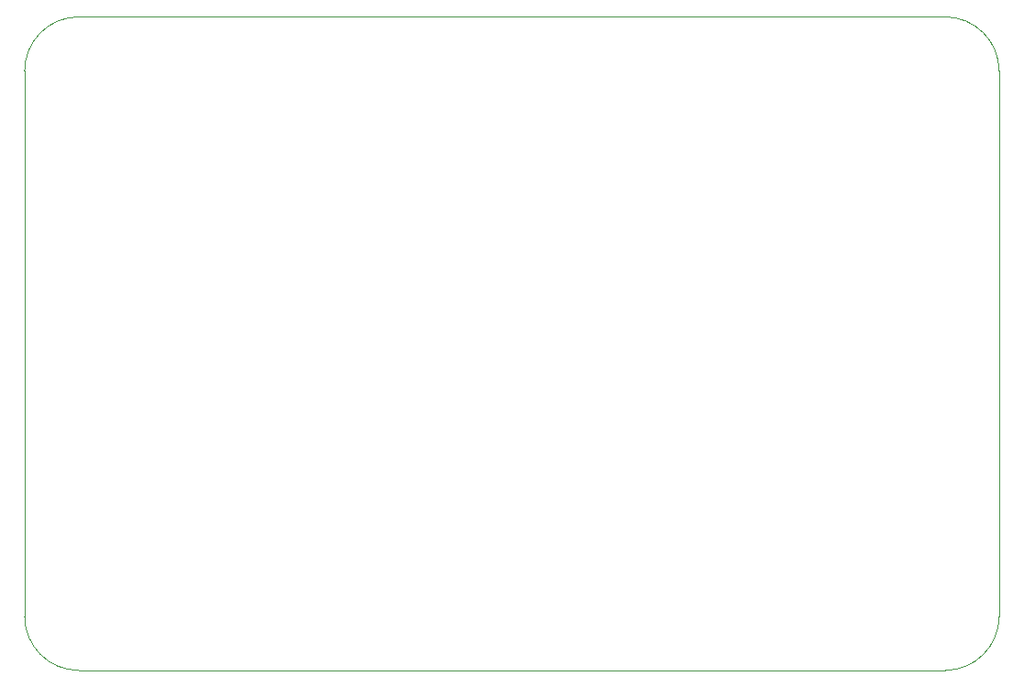
<source format=gbr>
%TF.GenerationSoftware,KiCad,Pcbnew,9.0.2*%
%TF.CreationDate,2025-08-28T15:12:57+09:00*%
%TF.ProjectId,BLDC_Contr,424c4443-5f43-46f6-9e74-722e6b696361,rev?*%
%TF.SameCoordinates,Original*%
%TF.FileFunction,Profile,NP*%
%FSLAX46Y46*%
G04 Gerber Fmt 4.6, Leading zero omitted, Abs format (unit mm)*
G04 Created by KiCad (PCBNEW 9.0.2) date 2025-08-28 15:12:57*
%MOMM*%
%LPD*%
G01*
G04 APERTURE LIST*
%TA.AperFunction,Profile*%
%ADD10C,0.050000*%
%TD*%
G04 APERTURE END LIST*
D10*
X176059184Y-29592904D02*
X176059184Y-80000000D01*
X91059183Y-85000000D02*
G75*
G02*
X86059200Y-80000000I17J5000000D01*
G01*
X86059183Y-29592904D02*
G75*
G02*
X91059183Y-24592883I5000017J4D01*
G01*
X171059184Y-24592904D02*
G75*
G02*
X176059196Y-29592904I16J-4999996D01*
G01*
X86059183Y-80000000D02*
X86059183Y-29592904D01*
X176059184Y-80000000D02*
G75*
G02*
X171059184Y-84999984I-4999984J0D01*
G01*
X171059184Y-85000000D02*
X91059183Y-85000000D01*
X91059183Y-24592904D02*
X171059184Y-24592904D01*
M02*

</source>
